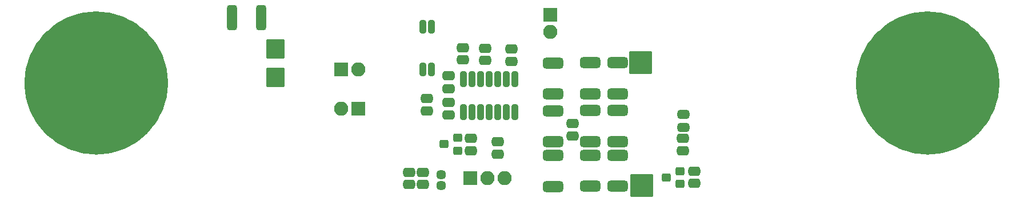
<source format=gbr>
%TF.GenerationSoftware,KiCad,Pcbnew,7.0.5-7.0.5~ubuntu20.04.1*%
%TF.CreationDate,2023-07-13T22:08:42+02:00*%
%TF.ProjectId,ModuleV450,4d6f6475-6c65-4563-9435-302e6b696361,rev?*%
%TF.SameCoordinates,Original*%
%TF.FileFunction,Soldermask,Top*%
%TF.FilePolarity,Negative*%
%FSLAX46Y46*%
G04 Gerber Fmt 4.6, Leading zero omitted, Abs format (unit mm)*
G04 Created by KiCad (PCBNEW 7.0.5-7.0.5~ubuntu20.04.1) date 2023-07-13 22:08:42*
%MOMM*%
%LPD*%
G01*
G04 APERTURE LIST*
G04 Aperture macros list*
%AMRoundRect*
0 Rectangle with rounded corners*
0 $1 Rounding radius*
0 $2 $3 $4 $5 $6 $7 $8 $9 X,Y pos of 4 corners*
0 Add a 4 corners polygon primitive as box body*
4,1,4,$2,$3,$4,$5,$6,$7,$8,$9,$2,$3,0*
0 Add four circle primitives for the rounded corners*
1,1,$1+$1,$2,$3*
1,1,$1+$1,$4,$5*
1,1,$1+$1,$6,$7*
1,1,$1+$1,$8,$9*
0 Add four rect primitives between the rounded corners*
20,1,$1+$1,$2,$3,$4,$5,0*
20,1,$1+$1,$4,$5,$6,$7,0*
20,1,$1+$1,$6,$7,$8,$9,0*
20,1,$1+$1,$8,$9,$2,$3,0*%
G04 Aperture macros list end*
%ADD10C,10.643506*%
%ADD11RoundRect,0.200000X-1.500000X-1.500000X1.500000X-1.500000X1.500000X1.500000X-1.500000X1.500000X0*%
%ADD12O,2.100000X2.100000*%
%ADD13RoundRect,0.200000X-0.850000X-0.850000X0.850000X-0.850000X0.850000X0.850000X-0.850000X0.850000X0*%
%ADD14RoundRect,0.350000X0.150000X-0.662500X0.150000X0.662500X-0.150000X0.662500X-0.150000X-0.662500X0*%
%ADD15RoundRect,0.450000X0.450000X-0.262500X0.450000X0.262500X-0.450000X0.262500X-0.450000X-0.262500X0*%
%ADD16RoundRect,0.450000X-1.075000X0.362500X-1.075000X-0.362500X1.075000X-0.362500X1.075000X0.362500X0*%
%ADD17RoundRect,0.200000X0.450000X0.400000X-0.450000X0.400000X-0.450000X-0.400000X0.450000X-0.400000X0*%
%ADD18RoundRect,0.418750X0.256250X-0.218750X0.256250X0.218750X-0.256250X0.218750X-0.256250X-0.218750X0*%
%ADD19RoundRect,0.443750X0.456250X-0.243750X0.456250X0.243750X-0.456250X0.243750X-0.456250X-0.243750X0*%
%ADD20RoundRect,0.450000X-0.450000X0.262500X-0.450000X-0.262500X0.450000X-0.262500X0.450000X0.262500X0*%
%ADD21RoundRect,0.450000X0.475000X-0.250000X0.475000X0.250000X-0.475000X0.250000X-0.475000X-0.250000X0*%
%ADD22RoundRect,0.450000X0.312500X1.450000X-0.312500X1.450000X-0.312500X-1.450000X0.312500X-1.450000X0*%
%ADD23RoundRect,0.200000X-1.150000X1.250000X-1.150000X-1.250000X1.150000X-1.250000X1.150000X1.250000X0*%
%ADD24RoundRect,0.200000X0.850000X-0.850000X0.850000X0.850000X-0.850000X0.850000X-0.850000X-0.850000X0*%
%ADD25RoundRect,0.350000X0.150000X-0.825000X0.150000X0.825000X-0.150000X0.825000X-0.150000X-0.825000X0*%
%ADD26RoundRect,0.200000X-0.850000X0.850000X-0.850000X-0.850000X0.850000X-0.850000X0.850000X0.850000X0*%
G04 APERTURE END LIST*
D10*
X103746753Y2540000D02*
G75*
G03*
X103746753Y2540000I-5321753J0D01*
G01*
X-19443247Y2540000D02*
G75*
G03*
X-19443247Y2540000I-5321753J0D01*
G01*
D11*
%TO.C,VCC*%
X55880000Y5537200D03*
%TD*%
%TO.C,DUMP*%
X56083200Y-12750800D03*
%TD*%
D12*
%TO.C,EXTTEMP1*%
X42545000Y10160000D03*
D13*
X42545000Y12700000D03*
%TD*%
D14*
%TO.C,U1*%
X23615000Y4562500D03*
X24885000Y4562500D03*
X24885000Y10937500D03*
X23615000Y10937500D03*
%TD*%
D15*
%TO.C,R16*%
X21625000Y-12562500D03*
X21625000Y-10737500D03*
%TD*%
D16*
%TO.C,R27*%
X52525000Y-8187500D03*
X52525000Y-12812500D03*
%TD*%
%TO.C,R26*%
X48425000Y-1570834D03*
X48425000Y-6195834D03*
%TD*%
%TO.C,R28*%
X48425000Y-8212500D03*
X48425000Y-12837500D03*
%TD*%
%TO.C,R24*%
X48425000Y5537500D03*
X48425000Y912500D03*
%TD*%
%TO.C,R25*%
X52525000Y-1545834D03*
X52525000Y-6170834D03*
%TD*%
%TO.C,R22*%
X52525000Y5562500D03*
X52525000Y937500D03*
%TD*%
D15*
%TO.C,R19*%
X45825000Y-5312500D03*
X45825000Y-3487500D03*
%TD*%
D17*
%TO.C,Q1*%
X61725000Y-12475000D03*
X61725000Y-10575000D03*
X59725000Y-11525000D03*
%TD*%
D18*
%TO.C,D4*%
X26325000Y-12712500D03*
X26325000Y-11137500D03*
%TD*%
D19*
%TO.C,D3*%
X62240000Y-4037500D03*
X62240000Y-2162500D03*
%TD*%
D15*
%TO.C,R21*%
X29525000Y5987500D03*
X29525000Y7812500D03*
%TD*%
%TO.C,R17*%
X62195000Y-7512500D03*
X62195000Y-5687500D03*
%TD*%
%TO.C,R18*%
X23650000Y-12562500D03*
X23650000Y-10737500D03*
%TD*%
D20*
%TO.C,R5*%
X24225000Y212500D03*
X24225000Y-1612500D03*
%TD*%
%TO.C,R20*%
X34725000Y-6199500D03*
X34725000Y-8024500D03*
%TD*%
D17*
%TO.C,D1*%
X28785000Y-7510000D03*
X28785000Y-5610000D03*
X26785000Y-6560000D03*
%TD*%
D21*
%TO.C,C1*%
X27415000Y1690000D03*
X27415000Y3590000D03*
%TD*%
D20*
%TO.C,R14*%
X36725000Y7612500D03*
X36725000Y5787500D03*
%TD*%
D15*
%TO.C,R2*%
X30735000Y-5687500D03*
X30735000Y-7512500D03*
%TD*%
D22*
%TO.C,F1*%
X-362500Y12250000D03*
X-4637500Y12250000D03*
%TD*%
D15*
%TO.C,R15*%
X63825000Y-12412500D03*
X63825000Y-10587500D03*
%TD*%
D21*
%TO.C,C2*%
X27405000Y-2230000D03*
X27405000Y-330000D03*
%TD*%
D23*
%TO.C,D2*%
X1750000Y7650000D03*
X1750000Y3350000D03*
%TD*%
D16*
%TO.C,R10*%
X42975000Y-8237500D03*
X42975000Y-12862500D03*
%TD*%
%TO.C,R6*%
X42975000Y5512500D03*
X42975000Y887500D03*
%TD*%
D24*
%TO.C,UPDI1*%
X30625000Y-11600000D03*
D12*
X33165000Y-11600000D03*
X35705000Y-11600000D03*
%TD*%
D15*
%TO.C,R1*%
X32865000Y5907500D03*
X32865000Y7732500D03*
%TD*%
D25*
%TO.C,U2*%
X29625000Y-1795000D03*
X30895000Y-1795000D03*
X32165000Y-1795000D03*
X33435000Y-1795000D03*
X34705000Y-1795000D03*
X35975000Y-1795000D03*
X37245000Y-1795000D03*
X37245000Y3155000D03*
X35975000Y3155000D03*
X34705000Y3155000D03*
X33435000Y3155000D03*
X32165000Y3155000D03*
X30895000Y3155000D03*
X29625000Y3155000D03*
%TD*%
D26*
%TO.C,RX1*%
X14097000Y-1270000D03*
D12*
X11557000Y-1270000D03*
%TD*%
D24*
%TO.C,TX1*%
X11557000Y4572000D03*
D12*
X14097000Y4572000D03*
%TD*%
D16*
%TO.C,R8*%
X42975000Y-1595834D03*
X42975000Y-6220834D03*
%TD*%
M02*

</source>
